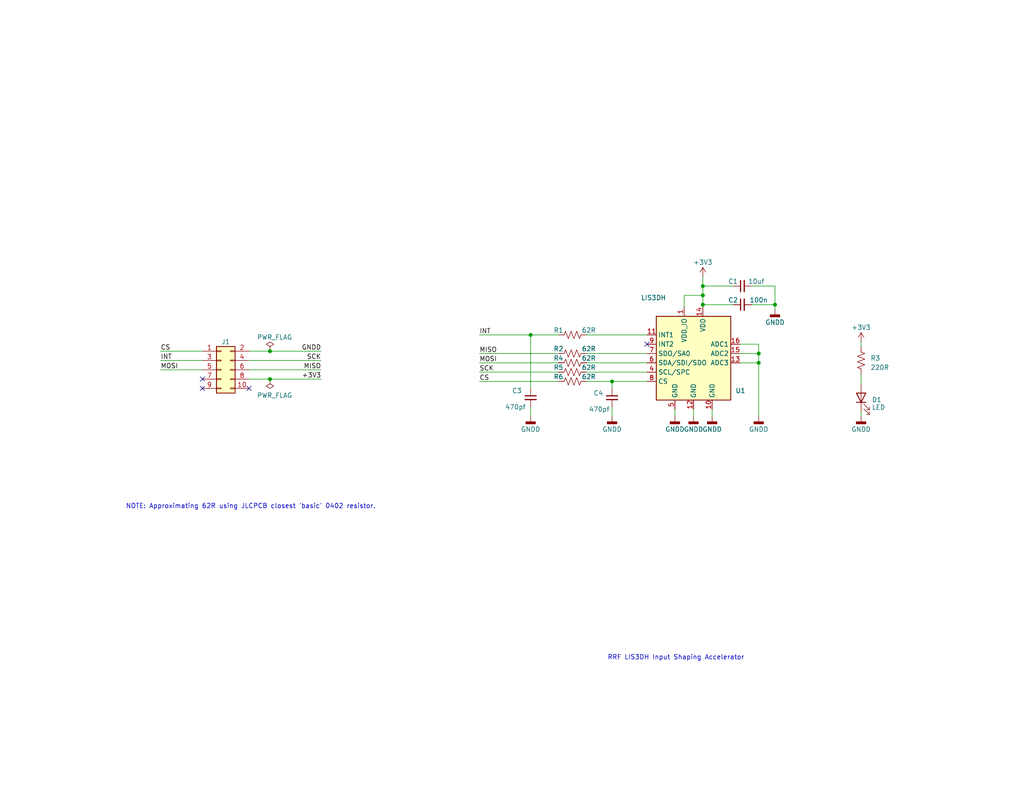
<source format=kicad_sch>
(kicad_sch (version 20230121) (generator eeschema)
  (paper "USLetter")
  (lib_symbols
    (symbol "Connector_Generic:Conn_02x05_Odd_Even" (pin_names (offset 1.016) hide)
      (property "Reference" "J" (at 1.27 7.62 0))
      (property "Value" "Conn_02x05_Odd_Even" (at 1.27 -7.62 0))
      (symbol "Conn_02x05_Odd_Even_1_1"
        (rectangle (start -1.27 -4.953) (end 0 -5.207) (stroke (width 0.1524)))
        (rectangle (start -1.27 -2.413) (end 0 -2.667) (stroke (width 0.1524)))
        (rectangle (start -1.27 0.127) (end 0 -0.127) (stroke (width 0.1524)))
        (rectangle (start -1.27 2.667) (end 0 2.413) (stroke (width 0.1524)))
        (rectangle (start -1.27 5.207) (end 0 4.953) (stroke (width 0.1524)))
        (rectangle (start -1.27 6.35) (end 3.81 -6.35) (stroke (width 0.254)) (fill (type background)))
        (rectangle (start 3.81 -4.953) (end 2.54 -5.207) (stroke (width 0.1524)))
        (rectangle (start 3.81 -2.413) (end 2.54 -2.667) (stroke (width 0.1524)))
        (rectangle (start 3.81 0.127) (end 2.54 -0.127) (stroke (width 0.1524)))
        (rectangle (start 3.81 2.667) (end 2.54 2.413) (stroke (width 0.1524)))
        (rectangle (start 3.81 5.207) (end 2.54 4.953) (stroke (width 0.1524)))
        (pin passive line (at -5.08 5.08 0) (length 3.81) (name "Pin_1") (number "1"))
        (pin passive line (at 7.62 -5.08 180) (length 3.81) (name "Pin_10") (number "10"))
        (pin passive line (at 7.62 5.08 180) (length 3.81) (name "Pin_2") (number "2"))
        (pin passive line (at -5.08 2.54 0) (length 3.81) (name "Pin_3") (number "3"))
        (pin passive line (at 7.62 2.54 180) (length 3.81) (name "Pin_4") (number "4"))
        (pin passive line (at -5.08 0 0) (length 3.81) (name "Pin_5") (number "5"))
        (pin passive line (at 7.62 0 180) (length 3.81) (name "Pin_6") (number "6"))
        (pin passive line (at -5.08 -2.54 0) (length 3.81) (name "Pin_7") (number "7"))
        (pin passive line (at 7.62 -2.54 180) (length 3.81) (name "Pin_8") (number "8"))
        (pin passive line (at -5.08 -5.08 0) (length 3.81) (name "Pin_9") (number "9"))
      )
    )
    (symbol "Device:C_Small" (pin_numbers hide) (pin_names (offset 0.254) hide)
      (property "Reference" "C" (at 0.254 1.778 0))
      (property "Value" "C_Small" (at 0.254 -2.032 0))
      (symbol "C_Small_0_1"
        (polyline (pts (xy -1.524 -0.508) (xy 1.524 -0.508)) (stroke (width 0.3302)))
        (polyline (pts (xy -1.524 0.508) (xy 1.524 0.508)) (stroke (width 0.3048)))
      )
      (symbol "C_Small_1_1"
        (pin passive line (at 0 2.54 270) (length 2.032) (name "~") (number "1"))
        (pin passive line (at 0 -2.54 90) (length 2.032) (name "~") (number "2"))
      )
    )
    (symbol "Device:LED" (pin_numbers hide) (pin_names (offset 1.016) hide)
      (property "Reference" "D" (at 0 2.54 0))
      (property "Value" "LED" (at 0 -2.54 0))
      (symbol "LED_0_1"
        (polyline (pts (xy -1.27 -1.27) (xy -1.27 1.27)) (stroke (width 0.254)))
        (polyline (pts (xy -1.27 0) (xy 1.27 0)))
        (polyline (pts (xy 1.27 -1.27) (xy 1.27 1.27) (xy -1.27 0) (xy 1.27 -1.27)) (stroke (width 0.254)))
        (polyline (pts (xy -3.048 -0.762) (xy -4.572 -2.286) (xy -3.81 -2.286) (xy -4.572 -2.286) (xy -4.572 -1.524)))
        (polyline (pts (xy -1.778 -0.762) (xy -3.302 -2.286) (xy -2.54 -2.286) (xy -3.302 -2.286) (xy -3.302 -1.524)))
      )
      (symbol "LED_1_1"
        (pin passive line (at -3.81 0 0) (length 2.54) (name "K") (number "1"))
        (pin passive line (at 3.81 0 180) (length 2.54) (name "A") (number "2"))
      )
    )
    (symbol "Device:R_US" (pin_numbers hide) (pin_names (offset 0))
      (property "Reference" "R" (at 2.54 0 90))
      (property "Value" "R_US" (at -2.54 0 90))
      (symbol "R_US_0_1"
        (polyline (pts (xy 0 -2.286) (xy 0 -2.54)))
        (polyline (pts (xy 0 2.286) (xy 0 2.54)))
        (polyline (pts (xy 0 -0.762) (xy 1.016 -1.143) (xy 0 -1.524) (xy -1.016 -1.905) (xy 0 -2.286)))
        (polyline (pts (xy 0 0.762) (xy 1.016 0.381) (xy 0 0) (xy -1.016 -0.381) (xy 0 -0.762)))
        (polyline (pts (xy 0 2.286) (xy 1.016 1.905) (xy 0 1.524) (xy -1.016 1.143) (xy 0 0.762)))
      )
      (symbol "R_US_1_1"
        (pin passive line (at 0 3.81 270) (length 1.27) (name "~") (number "1"))
        (pin passive line (at 0 -3.81 90) (length 1.27) (name "~") (number "2"))
      )
    )
    (symbol "power:+3V3" (power) (pin_names (offset 0))
      (property "Value" "+3V3" (at 0 3.556 0))
      (symbol "+3V3_0_1"
        (polyline (pts (xy -0.762 1.27) (xy 0 2.54)))
        (polyline (pts (xy 0 0) (xy 0 2.54)))
        (polyline (pts (xy 0 2.54) (xy 0.762 1.27)))
      )
      (symbol "+3V3_1_1"
        (pin power_in line (at 0 0 90) (length 0) hide (name "+3V3") (number "1"))
      )
    )
    (symbol "power:GNDD" (power) (pin_names (offset 0))
      (property "Value" "GNDD" (at 0 -3.175 0))
      (symbol "GNDD_0_1"
        (rectangle (start -1.27 -1.524) (end 1.27 -2.032) (stroke (width 0.254)) (fill (type outline)))
        (polyline (pts (xy 0 0) (xy 0 -1.524)))
      )
      (symbol "GNDD_1_1"
        (pin power_in line (at 0 0 270) (length 0) hide (name "GNDD") (number "1"))
      )
    )
    (symbol "power:PWR_FLAG" (power) (pin_numbers hide) (pin_names (offset 0) hide)
      (property "Value" "PWR_FLAG" (at 0 3.81 0))
      (symbol "PWR_FLAG_0_0"
        (pin power_out line (at 0 0 90) (length 0) (name "pwr") (number "1"))
      )
      (symbol "PWR_FLAG_0_1"
        (polyline (pts (xy 0 0) (xy 0 1.27) (xy -1.016 1.905) (xy 0 2.54) (xy 1.016 1.905) (xy 0 1.27)))
      )
    )
    (symbol "rrf_accel:LIS3DH"
      (property "Reference" "U" (at -7.62 11.43 0))
      (property "Value" "LIS3DH" (at 6.35 11.43 0))
      (symbol "LIS3DH_0_1"
        (rectangle (start -10.16 10.16) (end 10.16 -12.7) (stroke (width 0.254)) (fill (type background)))
      )
      (symbol "LIS3DH_1_1"
        (pin power_in line (at -2.54 12.7 270) (length 2.54) (name "VDD_IO") (number "1"))
        (pin passive line (at 5.08 -15.24 90) (length 2.54) (name "GND") (number "10"))
        (pin output line (at -12.7 5.08 0) (length 2.54) (name "INT1") (number "11"))
        (pin passive line (at 0 -15.24 90) (length 2.54) (name "GND") (number "12"))
        (pin input line (at 12.7 -2.54 180) (length 2.54) (name "ADC3") (number "13"))
        (pin power_in line (at 2.54 12.7 270) (length 2.54) (name "VDD") (number "14"))
        (pin input line (at 12.7 0 180) (length 2.54) (name "ADC2") (number "15"))
        (pin input line (at 12.7 2.54 180) (length 2.54) (name "ADC1") (number "16"))
        (pin no_connect line (at 10.16 5.08 180) (length 2.54) hide (name "NC") (number "2"))
        (pin no_connect line (at 10.16 7.62 180) (length 2.54) hide (name "NC") (number "3"))
        (pin input line (at -12.7 -5.08 0) (length 2.54) (name "SCL/SPC") (number "4"))
        (pin power_in line (at -5.08 -15.24 90) (length 2.54) (name "GND") (number "5"))
        (pin bidirectional line (at -12.7 -2.54 0) (length 2.54) (name "SDA/SDI/SDO") (number "6"))
        (pin bidirectional line (at -12.7 0 0) (length 2.54) (name "SDO/SA0") (number "7"))
        (pin input line (at -12.7 -7.62 0) (length 2.54) (name "CS") (number "8"))
        (pin output line (at -12.7 2.54 0) (length 2.54) (name "INT2") (number "9"))
      )
    )
  )
  (junction (at 191.77 83.185))
  (junction (at 207.01 99.06))
  (junction (at 73.66 95.885))
  (junction (at 167.005 104.14))
  (junction (at 207.01 96.52))
  (junction (at 211.455 83.185))
  (junction (at 144.78 91.44))
  (junction (at 191.77 78.105))
  (junction (at 73.66 103.505))
  (junction (at 191.77 80.645))
  (no_connect (at 176.53 93.98))
  (no_connect (at 55.245 103.505))
  (no_connect (at 67.945 106.045))
  (no_connect (at 55.245 106.045))
  (wire (pts (xy 205.105 78.105) (xy 211.455 78.105)))
  (wire (pts (xy 67.945 100.965) (xy 87.63 100.965)))
  (wire (pts (xy 67.945 98.425) (xy 87.63 98.425)))
  (wire (pts (xy 194.31 111.76) (xy 194.31 113.665)))
  (wire (pts (xy 43.815 95.885) (xy 55.245 95.885)))
  (wire (pts (xy 130.81 104.14) (xy 152.4 104.14)))
  (wire (pts (xy 184.15 111.76) (xy 184.15 113.665)))
  (wire (pts (xy 73.66 103.505) (xy 87.63 103.505)))
  (wire (pts (xy 191.77 83.185) (xy 191.77 83.82)))
  (wire (pts (xy 130.81 101.6) (xy 152.4 101.6)))
  (wire (pts (xy 160.02 101.6) (xy 176.53 101.6)))
  (wire (pts (xy 160.02 99.06) (xy 176.53 99.06)))
  (wire (pts (xy 67.945 103.505) (xy 73.66 103.505)))
  (wire (pts (xy 160.02 96.52) (xy 176.53 96.52)))
  (wire (pts (xy 186.69 80.645) (xy 186.69 83.82)))
  (wire (pts (xy 167.005 104.14) (xy 167.005 106.045)))
  (wire (pts (xy 144.78 91.44) (xy 152.4 91.44)))
  (wire (pts (xy 191.77 78.105) (xy 191.77 80.645)))
  (wire (pts (xy 191.77 83.185) (xy 200.025 83.185)))
  (wire (pts (xy 234.95 102.235) (xy 234.95 104.775)))
  (wire (pts (xy 207.01 96.52) (xy 207.01 99.06)))
  (wire (pts (xy 207.01 99.06) (xy 207.01 113.665)))
  (wire (pts (xy 160.02 104.14) (xy 167.005 104.14)))
  (wire (pts (xy 67.945 95.885) (xy 73.66 95.885)))
  (wire (pts (xy 167.005 104.14) (xy 176.53 104.14)))
  (wire (pts (xy 167.005 111.125) (xy 167.005 113.665)))
  (wire (pts (xy 211.455 83.185) (xy 211.455 84.455)))
  (wire (pts (xy 201.93 93.98) (xy 207.01 93.98)))
  (wire (pts (xy 191.77 80.645) (xy 191.77 83.185)))
  (wire (pts (xy 211.455 78.105) (xy 211.455 83.185)))
  (wire (pts (xy 160.02 91.44) (xy 176.53 91.44)))
  (wire (pts (xy 43.815 98.425) (xy 55.245 98.425)))
  (wire (pts (xy 207.01 93.98) (xy 207.01 96.52)))
  (wire (pts (xy 189.23 111.76) (xy 189.23 113.665)))
  (wire (pts (xy 205.105 83.185) (xy 211.455 83.185)))
  (wire (pts (xy 234.95 93.345) (xy 234.95 94.615)))
  (wire (pts (xy 73.66 95.885) (xy 87.63 95.885)))
  (wire (pts (xy 130.81 96.52) (xy 152.4 96.52)))
  (wire (pts (xy 234.95 112.395) (xy 234.95 113.665)))
  (wire (pts (xy 191.77 78.105) (xy 200.025 78.105)))
  (wire (pts (xy 191.77 75.565) (xy 191.77 78.105)))
  (wire (pts (xy 201.93 96.52) (xy 207.01 96.52)))
  (wire (pts (xy 130.81 99.06) (xy 152.4 99.06)))
  (wire (pts (xy 130.81 91.44) (xy 144.78 91.44)))
  (wire (pts (xy 201.93 99.06) (xy 207.01 99.06)))
  (wire (pts (xy 43.815 100.965) (xy 55.245 100.965)))
  (wire (pts (xy 144.78 111.125) (xy 144.78 113.665)))
  (wire (pts (xy 186.69 80.645) (xy 191.77 80.645)))
  (wire (pts (xy 144.78 91.44) (xy 144.78 106.045)))
  (text "RRF LIS3DH Input Shaping Accelerator" (at 165.735 180.34 0) (effects (font (size 1.27 1.27)) (justify left bottom)))
  (text "NOTE: Approximating 62R using JLCPCB closest 'basic' 0402 resistor." (at 34.29 139.065 0) (effects (font (size 1.27 1.27)) (justify left bottom)))
  (label "SCK" (at 87.63 98.425 180))
  (label "MOSI" (at 130.81 99.06 0))
  (label "MISO" (at 130.81 96.52 0))
  (label "MISO" (at 87.63 100.965 180))
  (label "CS" (at 43.815 95.885 0))
  (label "SCK" (at 130.81 101.6 0))
  (label "GNDD" (at 87.63 95.885 180))
  (label "CS" (at 130.81 104.14 0))
  (label "INT" (at 130.81 91.44 0))
  (label "MOSI" (at 43.815 100.965 0))
  (label "+3V3" (at 87.63 103.505 180))
  (label "INT" (at 43.815 98.425 0))
  (symbol (lib_id "power:PWR_FLAG") (at 73.66 103.505 180) (unit 1)
    (property "Reference" "#FLG01" (effects hide))
    (property "Value" "PWR_FLAG" (at 74.93 107.95 0))
  )
  (symbol (lib_id "power:GNDD") (at 234.95 113.665 0) (unit 1)
    (property "Reference" "#PWR010" (effects hide))
    (property "Value" "GNDD" (at 234.95 117.229 0))
  )
  (symbol (lib_id "Device:R_US") (at 156.21 99.06 90) (unit 1)
    (property "Reference" "R4" (at 152.4 97.79 90))
    (property "Value" "62R" (at 160.655 97.79 90))
    (property "Footprint" "Resistor_SMD:R_0402_1005Metric" (effects hide))
    (property "LCSC" "C25120" (effects hide))
  )
  (symbol (lib_id "power:GNDD") (at 144.78 113.665 0) (unit 1)
    (property "Reference" "#PWR06" (effects hide))
    (property "Value" "GNDD" (at 144.78 117.229 0))
  )
  (symbol (lib_id "power:GNDD") (at 184.15 113.665 0) (unit 1)
    (property "Reference" "#PWR05" (effects hide))
    (property "Value" "GNDD" (at 184.15 117.229 0))
  )
  (symbol (lib_id "Device:R_US") (at 234.95 98.425 0) (unit 1)
    (property "Reference" "R3" (at 237.49 97.79 0) (effects (justify left)))
    (property "Value" "220R" (at 237.49 100.33 0) (effects (justify left)))
    (property "Footprint" "Resistor_SMD:R_0402_1005Metric" (effects hide))
    (property "LCSC" "C25091" (effects hide))
  )
  (symbol (lib_id "power:+3V3") (at 234.95 93.345 0) (unit 1)
    (property "Reference" "#PWR04" (effects hide))
    (property "Value" "+3V3" (at 234.95 89.4 0))
  )
  (symbol (lib_id "Device:C_Small") (at 167.005 108.585 0) (unit 1)
    (property "Reference" "C4" (at 161.925 107.315 0) (effects (justify left)))
    (property "Value" "470pf" (at 160.655 111.76 0) (effects (justify left)))
    (property "Footprint" "Capacitor_SMD:C_0603_1608Metric" (effects hide))
    (property "LCSC" "C1620" (effects hide))
  )
  (symbol (lib_id "power:+3V3") (at 191.77 75.565 0) (unit 1)
    (property "Reference" "#PWR01" (effects hide))
    (property "Value" "+3V3" (at 191.77 71.62 0))
  )
  (symbol (lib_id "power:PWR_FLAG") (at 73.66 95.885 0) (unit 1)
    (property "Reference" "#FLG02" (effects hide))
    (property "Value" "PWR_FLAG" (at 74.93 92.075 0))
  )
  (symbol (lib_id "power:GNDD") (at 211.455 84.455 0) (unit 1)
    (property "Reference" "#PWR02" (effects hide))
    (property "Value" "GNDD" (at 211.455 88.019 0))
  )
  (symbol (lib_id "Device:R_US") (at 156.21 91.44 90) (unit 1)
    (property "Reference" "R1" (at 152.4 90.17 90))
    (property "Value" "62R" (at 160.655 90.17 90))
    (property "Footprint" "Resistor_SMD:R_0402_1005Metric" (effects hide))
    (property "LCSC" "C25120" (effects hide))
  )
  (symbol (lib_id "rrf_accel:LIS3DH") (at 189.23 96.52 0) (unit 1)
    (property "Reference" "U1" (at 200.66 106.68 0) (effects (justify left)))
    (property "Value" "LIS3DH" (at 174.879 81.28 0) (effects (justify left)))
    (property "Footprint" "rrf_accel:LGA-16_3x3mm_P0.5mm_LayoutBorder3x5y" (effects hide))
    (property "Datasheet" "https://www.st.com/resource/en/datasheet/cd00274221.pdf" (effects hide))
    (property "LCSC" "C15134" (effects hide))
  )
  (symbol (lib_id "Device:R_US") (at 156.21 101.6 90) (unit 1)
    (property "Reference" "R5" (at 152.4 100.33 90))
    (property "Value" "62R" (at 160.655 100.33 90))
    (property "Footprint" "Resistor_SMD:R_0402_1005Metric" (effects hide))
    (property "LCSC" "C25120" (effects hide))
  )
  (symbol (lib_id "power:GNDD") (at 189.23 113.665 0) (unit 1)
    (property "Reference" "#PWR08" (effects hide))
    (property "Value" "GNDD" (at 189.23 117.229 0))
  )
  (symbol (lib_id "power:GNDD") (at 194.31 113.665 0) (unit 1)
    (property "Reference" "#PWR03" (effects hide))
    (property "Value" "GNDD" (at 194.31 117.229 0))
  )
  (symbol (lib_id "Device:R_US") (at 156.21 104.14 90) (unit 1)
    (property "Reference" "R6" (at 152.4 102.87 90))
    (property "Value" "62R" (at 160.655 102.87 90))
    (property "Footprint" "Resistor_SMD:R_0402_1005Metric" (effects hide))
    (property "LCSC" "C25120" (effects hide))
  )
  (symbol (lib_id "Device:LED") (at 234.95 108.585 90) (unit 1)
    (property "Reference" "D1" (at 237.871 109.1485 90) (effects (justify right)))
    (property "Value" "LED" (at 237.871 111.1965 90) (effects (justify right)))
    (property "Footprint" "LED_SMD:LED_0603_1608Metric" (effects hide))
    (property "LCSC" "C72043" (effects hide))
  )
  (symbol (lib_id "Device:C_Small") (at 144.78 108.585 0) (unit 1)
    (property "Reference" "C3" (at 139.7 106.68 0) (effects (justify left)))
    (property "Value" "470pf" (at 137.795 111.125 0) (effects (justify left)))
    (property "Footprint" "Capacitor_SMD:C_0603_1608Metric" (effects hide))
    (property "LCSC" "C1620" (effects hide))
  )
  (symbol (lib_id "Device:R_US") (at 156.21 96.52 90) (unit 1)
    (property "Reference" "R2" (at 152.4 95.25 90))
    (property "Value" "62R" (at 160.655 95.25 90))
    (property "Footprint" "Resistor_SMD:R_0402_1005Metric" (effects hide))
    (property "LCSC" "C25120" (effects hide))
  )
  (symbol (lib_id "Device:C_Small") (at 202.565 78.105 90) (unit 1)
    (property "Reference" "C1" (at 200.025 76.835 90))
    (property "Value" "10uf" (at 206.375 76.835 90))
    (property "Footprint" "Capacitor_SMD:C_0603_1608Metric" (effects hide))
    (property "LCSC" "C96446" (effects hide))
  )
  (symbol (lib_id "Device:C_Small") (at 202.565 83.185 90) (unit 1)
    (property "Reference" "C2" (at 200.025 81.915 90))
    (property "Value" "100n" (at 207.01 81.915 90))
    (property "Footprint" "Capacitor_SMD:C_0402_1005Metric" (effects hide))
    (property "LCSC" "C1525" (effects hide))
  )
  (symbol (lib_id "power:GNDD") (at 167.005 113.665 0) (unit 1)
    (property "Reference" "#PWR07" (effects hide))
    (property "Value" "GNDD" (at 167.005 117.229 0))
  )
  (symbol (lib_id "power:GNDD") (at 207.01 113.665 0) (unit 1)
    (property "Reference" "#PWR09" (effects hide))
    (property "Value" "GNDD" (at 207.01 117.229 0))
  )
  (symbol (lib_id "Connector_Generic:Conn_02x05_Odd_Even") (at 60.325 100.965 0) (unit 1)
    (property "Reference" "J1" (at 61.595 93.345 0))
    (property "Value" "Conn_02x05_Odd_Even" (effects hide))
    (property "Footprint" "rrf_accel:PinHeader_2x05_P2.54mm_Vertical_SMD" (effects hide))
    (property "LCSC" "C3294463" (effects hide))
    (property "JLCRotOffset" "90" (effects hide))
  )
)
</source>
